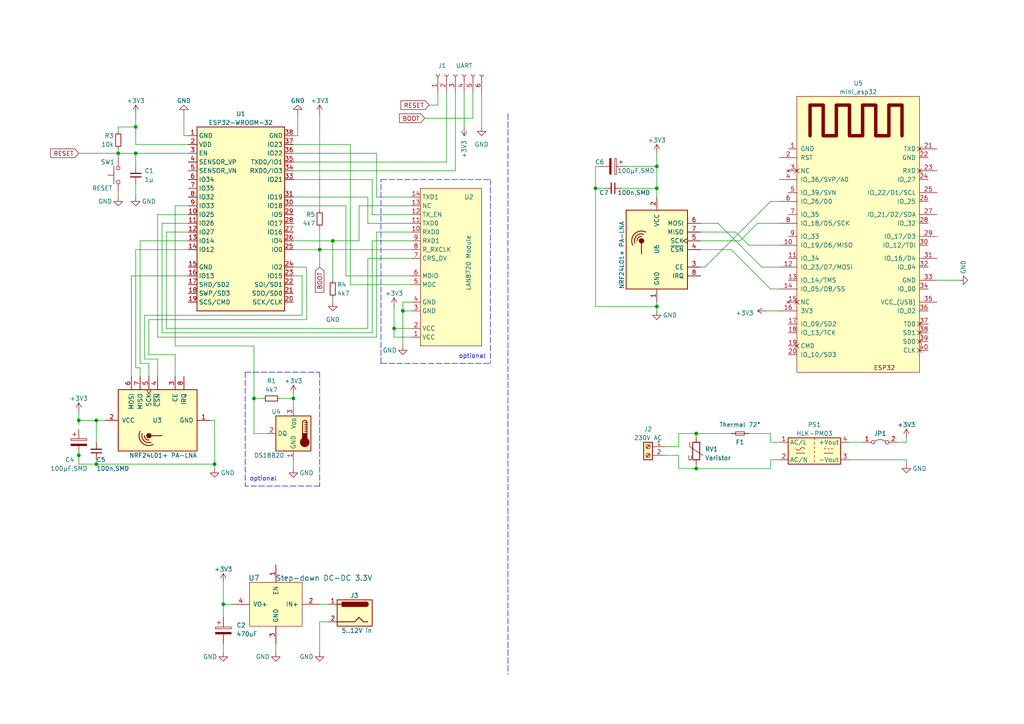
<source format=kicad_sch>
(kicad_sch (version 20230121) (generator eeschema)
  (paper "A4")
  (title_block (title "MyGateway-ESP32-ETH") (comment 1 "$Rev: 1680 $"))
  (lib_symbols
    (symbol "Connector:Barrel_Jack" (pin_names (offset 1.016))
      (property "Reference" "J" (at 0 5.334 0))
      (property "Value" "Barrel_Jack" (at 0 -5.08 0))
      (symbol "Barrel_Jack_0_1"
        (rectangle (start -5.08 3.81) (end 5.08 -3.81) (stroke (width 0.254)) (fill (type background)))
        (arc (start -3.302 3.175) (mid -3.9343 2.54) (end -3.302 1.905) (stroke (width 0.254)))
        (arc (start -3.302 3.175) (mid -3.9343 2.54) (end -3.302 1.905) (stroke (width 0.254)) (fill (type outline)))
        (polyline (pts (xy 5.08 2.54) (xy 3.81 2.54)) (stroke (width 0.254)))
        (polyline (pts (xy -3.81 -2.54) (xy -2.54 -2.54) (xy -1.27 -1.27) (xy 0 -2.54) (xy 2.54 -2.54) (xy 5.08 -2.54)) (stroke (width 0.254)))
        (rectangle (start 3.683 3.175) (end -3.302 1.905) (stroke (width 0.254)) (fill (type outline)))
      )
      (symbol "Barrel_Jack_1_1"
        (pin passive line (at 7.62 2.54 180) (length 2.54) (name "~") (number "1"))
        (pin passive line (at 7.62 -2.54 180) (length 2.54) (name "~") (number "2"))
      )
    )
    (symbol "Connector:Conn_01x06_Socket" (pin_names (offset 1.016) hide)
      (property "Reference" "J" (at 0 7.62 0))
      (property "Value" "Conn_01x06_Socket" (at 0 -10.16 0))
      (symbol "Conn_01x06_Socket_1_1"
        (arc (start 0 -7.112) (mid -0.5058 -7.62) (end 0 -8.128) (stroke (width 0.1524)))
        (arc (start 0 -4.572) (mid -0.5058 -5.08) (end 0 -5.588) (stroke (width 0.1524)))
        (arc (start 0 -2.032) (mid -0.5058 -2.54) (end 0 -3.048) (stroke (width 0.1524)))
        (polyline (pts (xy -1.27 -7.62) (xy -0.508 -7.62)) (stroke (width 0.1524)))
        (polyline (pts (xy -1.27 -5.08) (xy -0.508 -5.08)) (stroke (width 0.1524)))
        (polyline (pts (xy -1.27 -2.54) (xy -0.508 -2.54)) (stroke (width 0.1524)))
        (polyline (pts (xy -1.27 0) (xy -0.508 0)) (stroke (width 0.1524)))
        (polyline (pts (xy -1.27 2.54) (xy -0.508 2.54)) (stroke (width 0.1524)))
        (polyline (pts (xy -1.27 5.08) (xy -0.508 5.08)) (stroke (width 0.1524)))
        (arc (start 0 0.508) (mid -0.5058 0) (end 0 -0.508) (stroke (width 0.1524)))
        (arc (start 0 3.048) (mid -0.5058 2.54) (end 0 2.032) (stroke (width 0.1524)))
        (arc (start 0 5.588) (mid -0.5058 5.08) (end 0 4.572) (stroke (width 0.1524)))
        (pin passive line (at -5.08 5.08 0) (length 3.81) (name "Pin_1") (number "1"))
        (pin passive line (at -5.08 2.54 0) (length 3.81) (name "Pin_2") (number "2"))
        (pin passive line (at -5.08 0 0) (length 3.81) (name "Pin_3") (number "3"))
        (pin passive line (at -5.08 -2.54 0) (length 3.81) (name "Pin_4") (number "4"))
        (pin passive line (at -5.08 -5.08 0) (length 3.81) (name "Pin_5") (number "5"))
        (pin passive line (at -5.08 -7.62 0) (length 3.81) (name "Pin_6") (number "6"))
      )
    )
    (symbol "Connector:Screw_Terminal_01x02" (pin_names (offset 1.016) hide)
      (property "Reference" "J" (at 0 2.54 0))
      (property "Value" "Screw_Terminal_01x02" (at 0 -5.08 0))
      (symbol "Screw_Terminal_01x02_1_1"
        (rectangle (start -1.27 1.27) (end 1.27 -3.81) (stroke (width 0.254)) (fill (type background)))
        (circle (center 0 -2.54) (radius 0.635) (stroke (width 0.1524)))
        (polyline (pts (xy -0.5334 -2.2098) (xy 0.3302 -3.048)) (stroke (width 0.1524)))
        (polyline (pts (xy -0.5334 0.3302) (xy 0.3302 -0.508)) (stroke (width 0.1524)))
        (polyline (pts (xy -0.3556 -2.032) (xy 0.508 -2.8702)) (stroke (width 0.1524)))
        (polyline (pts (xy -0.3556 0.508) (xy 0.508 -0.3302)) (stroke (width 0.1524)))
        (circle (center 0 0) (radius 0.635) (stroke (width 0.1524)))
        (pin passive line (at -5.08 0 0) (length 3.81) (name "Pin_1") (number "1"))
        (pin passive line (at -5.08 -2.54 0) (length 3.81) (name "Pin_2") (number "2"))
      )
    )
    (symbol "Converter_ACDC:HLK-PM03"
      (property "Reference" "PS" (at 0 5.08 0))
      (property "Value" "HLK-PM03" (at 0 -5.08 0))
      (symbol "HLK-PM03_0_1"
        (rectangle (start -7.62 3.81) (end 7.62 -3.81) (stroke (width 0.254)) (fill (type background)))
        (arc (start -5.334 0.635) (mid -4.699 0.2495) (end -4.064 0.635))
        (arc (start -2.794 0.635) (mid -3.429 1.0072) (end -4.064 0.635))
        (polyline (pts (xy -5.334 -0.635) (xy -2.794 -0.635)))
        (polyline (pts (xy 0 -2.54) (xy 0 -3.175)))
        (polyline (pts (xy 0 -1.27) (xy 0 -1.905)))
        (polyline (pts (xy 0 0) (xy 0 -0.635)))
        (polyline (pts (xy 0 1.27) (xy 0 0.635)))
        (polyline (pts (xy 0 2.54) (xy 0 1.905)))
        (polyline (pts (xy 0 3.81) (xy 0 3.175)))
        (polyline (pts (xy 2.794 -0.635) (xy 5.334 -0.635)))
        (polyline (pts (xy 2.794 0.635) (xy 3.302 0.635)))
        (polyline (pts (xy 3.81 0.635) (xy 4.318 0.635)))
        (polyline (pts (xy 4.826 0.635) (xy 5.334 0.635)))
      )
      (symbol "HLK-PM03_1_1"
        (pin power_in line (at -10.16 2.54 0) (length 2.54) (name "AC/L") (number "1"))
        (pin power_in line (at -10.16 -2.54 0) (length 2.54) (name "AC/N") (number "2"))
        (pin power_out line (at 10.16 -2.54 180) (length 2.54) (name "-Vout") (number "3"))
        (pin power_out line (at 10.16 2.54 180) (length 2.54) (name "+Vout") (number "4"))
      )
    )
    (symbol "Device:C_Polarized" (pin_numbers hide) (pin_names (offset 0.254))
      (property "Reference" "C" (at 0.635 2.54 0))
      (property "Value" "C_Polarized" (at 0.635 -2.54 0))
      (symbol "C_Polarized_0_1"
        (rectangle (start -2.286 0.508) (end 2.286 1.016))
        (polyline (pts (xy -1.778 2.286) (xy -0.762 2.286)))
        (polyline (pts (xy -1.27 2.794) (xy -1.27 1.778)))
        (rectangle (start 2.286 -0.508) (end -2.286 -1.016) (fill (type outline)))
      )
      (symbol "C_Polarized_1_1"
        (pin passive line (at 0 3.81 270) (length 2.794) (name "~") (number "1"))
        (pin passive line (at 0 -3.81 90) (length 2.794) (name "~") (number "2"))
      )
    )
    (symbol "Device:C_Small" (pin_numbers hide) (pin_names (offset 0.254) hide)
      (property "Reference" "C" (at 0.254 1.778 0))
      (property "Value" "C_Small" (at 0.254 -2.032 0))
      (symbol "C_Small_0_1"
        (polyline (pts (xy -1.524 -0.508) (xy 1.524 -0.508)) (stroke (width 0.3302)))
        (polyline (pts (xy -1.524 0.508) (xy 1.524 0.508)) (stroke (width 0.3048)))
      )
      (symbol "C_Small_1_1"
        (pin passive line (at 0 2.54 270) (length 2.032) (name "~") (number "1"))
        (pin passive line (at 0 -2.54 90) (length 2.032) (name "~") (number "2"))
      )
    )
    (symbol "Device:Fuse_Small" (pin_numbers hide) (pin_names (offset 0.254) hide)
      (property "Reference" "F" (at 0 -1.524 0))
      (property "Value" "Fuse_Small" (at 0 1.524 0))
      (symbol "Fuse_Small_0_1"
        (rectangle (start -1.27 0.508) (end 1.27 -0.508))
        (polyline (pts (xy -1.27 0) (xy 1.27 0)))
      )
      (symbol "Fuse_Small_1_1"
        (pin passive line (at -2.54 0 0) (length 1.27) (name "~") (number "1"))
        (pin passive line (at 2.54 0 180) (length 1.27) (name "~") (number "2"))
      )
    )
    (symbol "Device:R_Small" (pin_numbers hide) (pin_names (offset 0.254) hide)
      (property "Reference" "R" (at 0.762 0.508 0))
      (property "Value" "R_Small" (at 0.762 -1.016 0))
      (symbol "R_Small_0_1"
        (rectangle (start -0.762 1.778) (end 0.762 -1.778) (stroke (width 0.2032)))
      )
      (symbol "R_Small_1_1"
        (pin passive line (at 0 2.54 270) (length 0.762) (name "~") (number "1"))
        (pin passive line (at 0 -2.54 90) (length 0.762) (name "~") (number "2"))
      )
    )
    (symbol "Device:Varistor" (pin_numbers hide) (pin_names (offset 0))
      (property "Reference" "RV" (at 3.175 0 90))
      (property "Value" "Varistor" (at -3.175 0 90))
      (symbol "Varistor_0_0"
        (text "U" (at -1.778 -2.032 0) (effects (font (size 1.27 1.27))))
      )
      (symbol "Varistor_0_1"
        (rectangle (start -1.016 -2.54) (end 1.016 2.54) (stroke (width 0.254)))
        (polyline (pts (xy -1.905 2.54) (xy -1.905 1.27) (xy 1.905 -1.27)))
      )
      (symbol "Varistor_1_1"
        (pin passive line (at 0 3.81 270) (length 1.27) (name "~") (number "1"))
        (pin passive line (at 0 -3.81 90) (length 1.27) (name "~") (number "2"))
      )
    )
    (symbol "Jumper:Jumper_2_Bridged" (pin_names (offset 0) hide)
      (property "Reference" "JP" (at 0 1.905 0))
      (property "Value" "Jumper_2_Bridged" (at 0 -2.54 0))
      (symbol "Jumper_2_Bridged_0_0"
        (circle (center -2.032 0) (radius 0.508))
        (circle (center 2.032 0) (radius 0.508))
      )
      (symbol "Jumper_2_Bridged_0_1"
        (arc (start 1.524 0.254) (mid 0 0.762) (end -1.524 0.254))
      )
      (symbol "Jumper_2_Bridged_1_1"
        (pin passive line (at -5.08 0 0) (length 2.54) (name "A") (number "1"))
        (pin passive line (at 5.08 0 180) (length 2.54) (name "B") (number "2"))
      )
    )
    (symbol "RF:NRF24L01_Breakout" (pin_names (offset 1.016))
      (property "Reference" "U" (at -8.89 12.7 0))
      (property "Value" "NRF24L01_Breakout" (at 3.81 12.7 0))
      (symbol "NRF24L01_Breakout_0_1"
        (rectangle (start -8.89 11.43) (end 8.89 -11.43) (stroke (width 0.254)) (fill (type background)))
        (polyline (pts (xy 4.445 1.905) (xy 4.445 -1.27)) (stroke (width 0.254)))
        (circle (center 4.445 2.54) (radius 0.635) (stroke (width 0.254)) (fill (type outline)))
        (arc (start 5.715 2.54) (mid 5.3521 3.4546) (end 4.445 3.81) (stroke (width 0.254)))
        (arc (start 6.35 1.905) (mid 5.8763 3.9854) (end 3.81 4.445) (stroke (width 0.254)))
        (arc (start 6.985 1.27) (mid 6.453 4.548) (end 3.175 5.08) (stroke (width 0.254)))
      )
      (symbol "NRF24L01_Breakout_1_1"
        (pin power_in line (at 0 -15.24 90) (length 3.81) (name "GND") (number "1"))
        (pin power_in line (at 0 15.24 270) (length 3.81) (name "VCC") (number "2"))
        (pin input line (at -12.7 -5.08 0) (length 3.81) (name "CE") (number "3"))
        (pin input line (at -12.7 0 0) (length 3.81) (name "~{CSN}") (number "4"))
        (pin input clock (at -12.7 2.54 0) (length 3.81) (name "SCK") (number "5"))
        (pin input line (at -12.7 7.62 0) (length 3.81) (name "MOSI") (number "6"))
        (pin output line (at -12.7 5.08 0) (length 3.81) (name "MISO") (number "7"))
        (pin output line (at -12.7 -7.62 0) (length 3.81) (name "IRQ") (number "8"))
      )
    )
    (symbol "Sensor_Temperature:DS18B20"
      (property "Reference" "U" (at -3.81 6.35 0))
      (property "Value" "DS18B20" (at 6.35 6.35 0))
      (symbol "DS18B20_0_1"
        (rectangle (start -5.08 5.08) (end 5.08 -5.08) (stroke (width 0.254)) (fill (type background)))
        (circle (center -3.302 -2.54) (radius 1.27) (stroke (width 0.254)) (fill (type outline)))
        (rectangle (start -2.667 -1.905) (end -3.937 0) (stroke (width 0.254)) (fill (type outline)))
        (arc (start -2.667 3.175) (mid -3.302 3.8073) (end -3.937 3.175) (stroke (width 0.254)))
        (polyline (pts (xy -3.937 0.635) (xy -3.302 0.635)) (stroke (width 0.254)))
        (polyline (pts (xy -3.937 1.27) (xy -3.302 1.27)) (stroke (width 0.254)))
        (polyline (pts (xy -3.937 1.905) (xy -3.302 1.905)) (stroke (width 0.254)))
        (polyline (pts (xy -3.937 2.54) (xy -3.302 2.54)) (stroke (width 0.254)))
        (polyline (pts (xy -3.937 3.175) (xy -3.937 0)) (stroke (width 0.254)))
        (polyline (pts (xy -3.937 3.175) (xy -3.302 3.175)) (stroke (width 0.254)))
        (polyline (pts (xy -2.667 3.175) (xy -2.667 0)) (stroke (width 0.254)))
      )
      (symbol "DS18B20_1_1"
        (pin power_in line (at 0 -7.62 90) (length 2.54) (name "GND") (number "1"))
        (pin bidirectional line (at 7.62 0 180) (length 2.54) (name "DQ") (number "2"))
        (pin power_in line (at 0 7.62 270) (length 2.54) (name "V_{DD}") (number "3"))
      )
    )
    (symbol "Switch:SW_Push" (pin_numbers hide) (pin_names (offset 1.016) hide)
      (property "Reference" "SW" (at 1.27 2.54 0))
      (property "Value" "SW_Push" (at 0 -1.524 0))
      (symbol "SW_Push_0_1"
        (circle (center -2.032 0) (radius 0.508))
        (polyline (pts (xy 0 1.27) (xy 0 3.048)))
        (polyline (pts (xy 2.54 1.27) (xy -2.54 1.27)))
        (circle (center 2.032 0) (radius 0.508))
        (pin passive line (at -5.08 0 0) (length 2.54) (name "1") (number "1"))
        (pin passive line (at 5.08 0 180) (length 2.54) (name "2") (number "2"))
      )
    )
    (symbol "eBay:DC_DC_fix" (pin_names (offset 1.016))
      (property "Reference" "U" (at -7.62 7.62 0))
      (property "Value" "DC_DC_fix" (at 6.35 7.62 0))
      (symbol "DC_DC_fix_0_1"
        (rectangle (start -7.62 6.35) (end 7.62 -6.35) (fill (type background)))
        (rectangle (start 12.7 -6.35) (end 12.7 -6.35))
      )
      (symbol "DC_DC_fix_1_1"
        (pin input line (at 0 11.43 270) (length 5.08) (name "EN") (number "1"))
        (pin power_in line (at -12.7 0 0) (length 5.08) (name "IN+") (number "2"))
        (pin passive line (at 0 -11.43 90) (length 5.08) (name "GND") (number "3"))
        (pin power_out line (at 12.7 0 180) (length 5.08) (name "VO+") (number "4"))
      )
    )
    (symbol "eBay:ESP32-WROOM-32-Module"
      (property "Reference" "U" (at -12.7 34.29 0))
      (property "Value" "ESP32-WROOM-32" (at -8.89 -5.08 0))
      (symbol "ESP32-WROOM-32-Module_0_1"
        (rectangle (start -12.7 33.02) (end 12.7 -20.32) (stroke (width 0.254)) (fill (type background)))
      )
      (symbol "ESP32-WROOM-32-Module_1_1"
        (pin power_in line (at -15.24 30.48 0) (length 2.54) (name "GND") (number "1"))
        (pin bidirectional line (at -15.24 7.62 0) (length 2.54) (name "IO25") (number "10"))
        (pin bidirectional line (at -15.24 5.08 0) (length 2.54) (name "IO26") (number "11"))
        (pin bidirectional line (at -15.24 2.54 0) (length 2.54) (name "IO27") (number "12"))
        (pin bidirectional line (at -15.24 0 0) (length 2.54) (name "IO14") (number "13"))
        (pin bidirectional line (at -15.24 -2.54 0) (length 2.54) (name "IO12") (number "14"))
        (pin passive line (at -15.24 -7.62 0) (length 2.54) (name "GND") (number "15"))
        (pin bidirectional line (at -15.24 -10.16 0) (length 2.54) (name "IO13") (number "16"))
        (pin bidirectional line (at -15.24 -12.7 0) (length 2.54) (name "SHD/SD2") (number "17"))
        (pin bidirectional line (at -15.24 -15.24 0) (length 2.54) (name "SWP/SD3") (number "18"))
        (pin bidirectional line (at -15.24 -17.78 0) (length 2.54) (name "SCS/CMD") (number "19"))
        (pin power_in line (at -15.24 27.94 0) (length 2.54) (name "VDD") (number "2"))
        (pin bidirectional line (at 15.24 -17.78 180) (length 2.54) (name "SCK/CLK") (number "20"))
        (pin bidirectional line (at 15.24 -15.24 180) (length 2.54) (name "SDO/SD0") (number "21"))
        (pin bidirectional line (at 15.24 -12.7 180) (length 2.54) (name "SDI/SD1") (number "22"))
        (pin bidirectional line (at 15.24 -10.16 180) (length 2.54) (name "IO15") (number "23"))
        (pin bidirectional line (at 15.24 -7.62 180) (length 2.54) (name "IO2") (number "24"))
        (pin bidirectional line (at 15.24 -2.54 180) (length 2.54) (name "IO0") (number "25"))
        (pin bidirectional line (at 15.24 0 180) (length 2.54) (name "IO4") (number "26"))
        (pin bidirectional line (at 15.24 2.54 180) (length 2.54) (name "IO16") (number "27"))
        (pin bidirectional line (at 15.24 5.08 180) (length 2.54) (name "IO17") (number "28"))
        (pin bidirectional line (at 15.24 7.62 180) (length 2.54) (name "IO5") (number "29"))
        (pin input line (at -15.24 25.4 0) (length 2.54) (name "EN") (number "3"))
        (pin bidirectional line (at 15.24 10.16 180) (length 2.54) (name "IO18") (number "30"))
        (pin bidirectional line (at 15.24 12.7 180) (length 2.54) (name "IO19") (number "31"))
        (pin no_connect line (at 15.24 15.24 180) (length 2.54) hide (name "NC") (number "32"))
        (pin bidirectional line (at 15.24 17.78 180) (length 2.54) (name "IO21") (number "33"))
        (pin bidirectional line (at 15.24 20.32 180) (length 2.54) (name "RXD0/IO3") (number "34"))
        (pin bidirectional line (at 15.24 22.86 180) (length 2.54) (name "TXD0/IO1") (number "35"))
        (pin bidirectional line (at 15.24 25.4 180) (length 2.54) (name "IO22") (number "36"))
        (pin bidirectional line (at 15.24 27.94 180) (length 2.54) (name "IO23") (number "37"))
        (pin passive line (at 15.24 30.48 180) (length 2.54) (name "GND") (number "38"))
        (pin passive line (at 0 35.56 270) (length 2.54) hide (name "GND") (number "39"))
        (pin input line (at -15.24 22.86 0) (length 2.54) (name "SENSOR_VP") (number "4"))
        (pin input line (at -15.24 20.32 0) (length 2.54) (name "SENSOR_VN") (number "5"))
        (pin input line (at -15.24 17.78 0) (length 2.54) (name "IO34") (number "6"))
        (pin input line (at -15.24 15.24 0) (length 2.54) (name "IO35") (number "7"))
        (pin bidirectional line (at -15.24 12.7 0) (length 2.54) (name "IO32") (number "8"))
        (pin bidirectional line (at -15.24 10.16 0) (length 2.54) (name "IO33") (number "9"))
      )
    )
    (symbol "eBay:LAN8720-Module"
      (property "Reference" "U" (at 0 0 0))
      (symbol "LAN8720-Module_1_1"
        (rectangle (start -8.89 24.13) (end 8.89 -21.59) (fill (type background)))
        (pin power_in line (at -11.43 21.59 0) (length 2.54) (name "VCC") (number "1"))
        (pin output line (at -11.43 -8.89 0) (length 2.54) (name "RXD0") (number "10"))
        (pin input line (at -11.43 -11.43 0) (length 2.54) (name "TXD0") (number "11"))
        (pin input line (at -11.43 -13.97 0) (length 2.54) (name "TX_EN") (number "12"))
        (pin input line (at -11.43 -16.51 0) (length 2.54) (name "NC") (number "13"))
        (pin input line (at -11.43 -19.05 0) (length 2.54) (name "TXD1") (number "14"))
        (pin power_in line (at -11.43 19.05 0) (length 2.54) (name "VCC") (number "2"))
        (pin power_in line (at -11.43 13.97 0) (length 2.54) (name "GND") (number "3"))
        (pin power_in line (at -11.43 11.43 0) (length 2.54) (name "GND") (number "4"))
        (pin bidirectional line (at -11.43 6.35 0) (length 2.54) (name "MDC") (number "5"))
        (pin bidirectional line (at -11.43 3.81 0) (length 2.54) (name "MDIO") (number "6"))
        (pin bidirectional line (at -11.43 -1.27 0) (length 2.54) (name "CRS_DV") (number "7"))
        (pin bidirectional line (at -11.43 -3.81 0) (length 2.54) (name "R_RXCLK") (number "8"))
        (pin output line (at -11.43 -6.35 0) (length 2.54) (name "RXD1") (number "9"))
      )
    )
    (symbol "eBay:mini_esp32" (pin_names (offset 1.016))
      (property "Reference" "U" (at 0 29.21 0))
      (property "Value" "mini_esp32" (at -5.08 -34.29 0))
      (symbol "mini_esp32_0_0"
        (text "ESP32" (at 7.62 -34.29 0) (effects (font (size 1.27 1.27))))
        (pin power_in line (at -20.32 29.21 0) (length 2.54) (name "GND") (number "1"))
        (pin no_connect non_logic (at -20.32 22.86 0) (length 2.54) (name "NC") (number "3"))
      )
      (symbol "mini_esp32_0_1"
        (rectangle (start -17.78 44.45) (end 17.78 -35.56) (fill (type background)))
      )
      (symbol "mini_esp32_1_0"
        (pin input line (at -22.86 26.67 0) (length 5.08) (name "RST") (number "2"))
        (pin input line (at -22.86 20.32 0) (length 5.08) (name "IO_36/SVP/A0") (number "4"))
        (pin input line (at -20.32 16.51 0) (length 2.54) (name "IO_39/SVN") (number "5"))
      )
      (symbol "mini_esp32_1_1"
        (polyline (pts (xy -13.97 33.02) (xy -13.97 41.91) (xy -10.16 41.91) (xy -10.16 33.02) (xy -6.35 33.02) (xy -6.35 41.91) (xy -2.54 41.91) (xy -2.54 33.02) (xy 1.27 33.02) (xy 1.27 41.91) (xy 5.08 41.91) (xy 5.08 33.02) (xy 8.89 33.02) (xy 8.89 41.91) (xy 12.7 41.91) (xy 12.7 33.02)) (stroke (width 1)))
        (pin bidirectional line (at -22.86 1.27 0) (length 5.08) (name "IO_19/D6/MISO") (number "10"))
        (pin input line (at -20.32 -2.54 0) (length 2.54) (name "IO_34") (number "11"))
        (pin bidirectional line (at -22.86 -5.08 0) (length 5.08) (name "IO_23/D7/MOSI") (number "12"))
        (pin bidirectional line (at -20.32 -8.89 0) (length 2.54) (name "IO_14/TMS") (number "13"))
        (pin bidirectional line (at -22.86 -11.43 0) (length 5.08) (name "IO_05/D8/SS") (number "14"))
        (pin no_connect non_logic (at -20.32 -15.24 0) (length 2.54) (name "NC") (number "15"))
        (pin power_in line (at -22.86 -17.78 0) (length 5.08) (name "3V3") (number "16"))
        (pin bidirectional line (at -20.32 -21.59 0) (length 2.54) (name "IO_09/SD2") (number "17"))
        (pin bidirectional line (at -20.32 -24.13 0) (length 2.54) (name "IO_13/TCK") (number "18"))
        (pin passive non_logic (at -20.32 -27.94 0) (length 2.54) (name "CMD") (number "19"))
        (pin bidirectional line (at -20.32 -30.48 0) (length 2.54) (name "IO_10/SD3") (number "20"))
        (pin passive non_logic (at 22.86 29.21 180) (length 5.08) (name "TXD") (number "21"))
        (pin power_in line (at 20.32 26.67 180) (length 2.54) (name "GND") (number "22"))
        (pin passive non_logic (at 22.86 22.86 180) (length 5.08) (name "RXD") (number "23"))
        (pin bidirectional line (at 20.32 20.32 180) (length 2.54) (name "IO_27") (number "24"))
        (pin bidirectional line (at 22.86 16.51 180) (length 5.08) (name "IO_22/D1/SCL") (number "25"))
        (pin bidirectional line (at 20.32 13.97 180) (length 2.54) (name "IO_25") (number "26"))
        (pin bidirectional line (at 22.86 10.16 180) (length 5.08) (name "IO_21/D2/SDA") (number "27"))
        (pin bidirectional line (at 20.32 7.62 180) (length 2.54) (name "IO_32") (number "28"))
        (pin bidirectional line (at 22.86 3.81 180) (length 5.08) (name "IO_17/D3") (number "29"))
        (pin bidirectional line (at 20.32 1.27 180) (length 2.54) (name "IO_12/TDI") (number "30"))
        (pin bidirectional line (at 22.86 -2.54 180) (length 5.08) (name "IO_16/D4") (number "31"))
        (pin bidirectional line (at 20.32 -5.08 180) (length 2.54) (name "IO_04") (number "32"))
        (pin power_in line (at 22.86 -8.89 180) (length 5.08) (name "GND") (number "33"))
        (pin bidirectional line (at 20.32 -11.43 180) (length 2.54) (name "IO_00") (number "34"))
        (pin power_in line (at 22.86 -15.24 180) (length 5.08) (name "VCC_(USB)") (number "35"))
        (pin bidirectional line (at 20.32 -17.78 180) (length 2.54) (name "IO_02") (number "36"))
        (pin passive non_logic (at 20.32 -21.59 180) (length 2.54) (name "TD0") (number "37"))
        (pin passive non_logic (at 20.32 -24.13 180) (length 2.54) (name "SD1") (number "38"))
        (pin passive non_logic (at 20.32 -26.67 180) (length 2.54) (name "SD0") (number "39"))
        (pin passive non_logic (at 20.32 -29.21 180) (length 2.54) (name "CLK") (number "40"))
        (pin bidirectional line (at -22.86 13.97 0) (length 5.08) (name "IO_26/D0") (number "6"))
        (pin input line (at -20.32 10.16 0) (length 2.54) (name "IO_35") (number "7"))
        (pin bidirectional line (at -22.86 7.62 0) (length 5.08) (name "IO_18/D5/SCK") (number "8"))
        (pin bidirectional line (at -20.32 3.81 0) (length 2.54) (name "IO_33") (number "9"))
      )
    )
    (symbol "power:+3V3" (power) (pin_names (offset 0))
      (property "Value" "+3V3" (at 0 3.556 0))
      (symbol "+3V3_0_1"
        (polyline (pts (xy -0.762 1.27) (xy 0 2.54)))
        (polyline (pts (xy 0 0) (xy 0 2.54)))
        (polyline (pts (xy 0 2.54) (xy 0.762 1.27)))
      )
      (symbol "+3V3_1_1"
        (pin power_in line (at 0 0 90) (length 0) hide (name "+3V3") (number "1"))
      )
    )
    (symbol "power:GND" (power) (pin_names (offset 0))
      (property "Value" "GND" (at 0 -3.81 0))
      (symbol "GND_0_1"
        (polyline (pts (xy 0 0) (xy 0 -1.27) (xy 1.27 -1.27) (xy 0 -2.54) (xy -1.27 -1.27) (xy 0 -1.27)))
      )
      (symbol "GND_1_1"
        (pin power_in line (at 0 0 270) (length 0) hide (name "GND") (number "1"))
      )
    )
  )
  (junction (at 27.94 121.92))
  (junction (at 190.5 54.61))
  (junction (at 190.5 48.26))
  (junction (at 34.29 44.45))
  (junction (at 201.93 135.89))
  (junction (at 22.86 132.08))
  (junction (at 62.23 134.62))
  (junction (at 201.93 125.73))
  (junction (at 39.37 44.45))
  (junction (at 96.52 69.85))
  (junction (at 114.3 95.25))
  (junction (at 39.37 36.83))
  (junction (at 92.71 72.39))
  (junction (at 73.66 115.57))
  (junction (at 190.5 88.9))
  (junction (at 172.72 54.61))
  (junction (at 85.09 115.57))
  (junction (at 27.94 134.62))
  (junction (at 116.84 90.17))
  (junction (at 64.77 175.26))
  (junction (at 22.86 121.92))
  (wire (pts (xy 109.22 97.79) (xy 109.22 67.31)))
  (wire (pts (xy 137.16 26.67) (xy 137.16 34.29)))
  (polyline (pts (xy 71.12 107.95) (xy 92.71 107.95)) (stroke (width 0) (type dash)))
  (wire (pts (xy 39.37 44.45) (xy 39.37 48.26)))
  (wire (pts (xy 132.08 26.67) (xy 132.08 49.53)))
  (wire (pts (xy 22.86 134.62) (xy 27.94 134.62)))
  (wire (pts (xy 107.95 52.07) (xy 85.09 52.07)))
  (wire (pts (xy 116.84 90.17) (xy 119.38 90.17)))
  (wire (pts (xy 92.71 175.26) (xy 95.25 175.26)))
  (wire (pts (xy 204.47 77.47) (xy 223.52 58.42)))
  (wire (pts (xy 54.61 64.77) (xy 46.99 64.77)))
  (wire (pts (xy 39.37 53.34) (xy 39.37 57.15)))
  (polyline (pts (xy 92.71 140.97) (xy 92.71 140.97)) (stroke (width 0) (type dash)))
  (wire (pts (xy 123.19 34.29) (xy 137.16 34.29)))
  (wire (pts (xy 172.72 88.9) (xy 190.5 88.9)))
  (wire (pts (xy 196.85 125.73) (xy 201.93 125.73)))
  (wire (pts (xy 124.46 30.48) (xy 127 30.48)))
  (wire (pts (xy 220.98 77.47) (xy 226.06 77.47)))
  (wire (pts (xy 129.54 26.67) (xy 129.54 46.99)))
  (wire (pts (xy 27.94 134.62) (xy 62.23 134.62)))
  (wire (pts (xy 73.66 100.33) (xy 73.66 115.57)))
  (wire (pts (xy 203.2 69.85) (xy 214.63 69.85)))
  (wire (pts (xy 201.93 134.62) (xy 201.93 135.89)))
  (wire (pts (xy 22.86 44.45) (xy 34.29 44.45)))
  (wire (pts (xy 64.77 175.26) (xy 64.77 179.07)))
  (wire (pts (xy 64.77 168.91) (xy 64.77 175.26)))
  (polyline (pts (xy 147.32 33.02) (xy 147.32 195.58)) (stroke (width 0) (type dash)))
  (wire (pts (xy 223.52 135.89) (xy 223.52 133.35)))
  (wire (pts (xy 34.29 38.1) (xy 34.29 36.83)))
  (wire (pts (xy 60.96 121.92) (xy 62.23 121.92)))
  (wire (pts (xy 53.34 33.02) (xy 53.34 39.37)))
  (wire (pts (xy 85.09 115.57) (xy 85.09 118.11)))
  (wire (pts (xy 134.62 26.67) (xy 134.62 36.83)))
  (wire (pts (xy 85.09 59.69) (xy 100.33 59.69)))
  (wire (pts (xy 34.29 55.88) (xy 34.29 57.15)))
  (wire (pts (xy 114.3 95.25) (xy 114.3 97.79)))
  (polyline (pts (xy 71.12 107.95) (xy 71.12 140.97)) (stroke (width 0) (type dash)))
  (wire (pts (xy 22.86 130.81) (xy 22.86 132.08)))
  (wire (pts (xy 41.91 91.44) (xy 41.91 104.14)))
  (wire (pts (xy 106.68 64.77) (xy 106.68 57.15)))
  (wire (pts (xy 92.71 72.39) (xy 92.71 77.47)))
  (wire (pts (xy 119.38 57.15) (xy 109.22 57.15)))
  (polyline (pts (xy 92.71 140.97) (xy 71.12 140.97)) (stroke (width 0) (type dash)))
  (wire (pts (xy 22.86 121.92) (xy 27.94 121.92)))
  (wire (pts (xy 96.52 86.36) (xy 96.52 87.63)))
  (wire (pts (xy 222.25 90.17) (xy 226.06 90.17)))
  (wire (pts (xy 54.61 67.31) (xy 48.26 67.31)))
  (wire (pts (xy 116.84 90.17) (xy 116.84 100.33)))
  (wire (pts (xy 64.77 175.26) (xy 67.31 175.26)))
  (wire (pts (xy 39.37 44.45) (xy 54.61 44.45)))
  (wire (pts (xy 119.38 64.77) (xy 106.68 64.77)))
  (wire (pts (xy 39.37 72.39) (xy 39.37 106.68)))
  (wire (pts (xy 193.04 132.08) (xy 196.85 132.08)))
  (wire (pts (xy 62.23 134.62) (xy 62.23 135.89)))
  (wire (pts (xy 85.09 72.39) (xy 92.71 72.39)))
  (polyline (pts (xy 92.71 107.95) (xy 92.71 140.97)) (stroke (width 0) (type dash)))
  (wire (pts (xy 173.99 48.26) (xy 172.72 48.26)))
  (wire (pts (xy 217.17 71.12) (xy 226.06 71.12)))
  (wire (pts (xy 38.1 80.01) (xy 38.1 109.22)))
  (wire (pts (xy 81.28 115.57) (xy 85.09 115.57)))
  (wire (pts (xy 85.09 41.91) (xy 101.6 41.91)))
  (wire (pts (xy 114.3 97.79) (xy 119.38 97.79)))
  (wire (pts (xy 172.72 48.26) (xy 172.72 54.61)))
  (wire (pts (xy 213.36 67.31) (xy 217.17 71.12)))
  (wire (pts (xy 223.52 83.82) (xy 226.06 83.82)))
  (wire (pts (xy 40.64 105.41) (xy 43.18 105.41)))
  (wire (pts (xy 104.14 59.69) (xy 104.14 69.85)))
  (wire (pts (xy 203.2 77.47) (xy 204.47 77.47)))
  (wire (pts (xy 39.37 72.39) (xy 54.61 72.39)))
  (wire (pts (xy 96.52 69.85) (xy 85.09 69.85)))
  (wire (pts (xy 196.85 129.54) (xy 196.85 125.73)))
  (wire (pts (xy 193.04 129.54) (xy 196.85 129.54)))
  (polyline (pts (xy 110.49 52.07) (xy 142.24 52.07)) (stroke (width 0) (type dash)))
  (wire (pts (xy 107.95 62.23) (xy 107.95 52.07)))
  (wire (pts (xy 39.37 36.83) (xy 39.37 41.91)))
  (wire (pts (xy 190.5 88.9) (xy 190.5 90.17)))
  (wire (pts (xy 73.66 125.73) (xy 77.47 125.73)))
  (wire (pts (xy 104.14 69.85) (xy 96.52 69.85)))
  (wire (pts (xy 201.93 125.73) (xy 201.93 127)))
  (wire (pts (xy 48.26 95.25) (xy 106.68 95.25)))
  (wire (pts (xy 46.99 96.52) (xy 107.95 96.52)))
  (wire (pts (xy 64.77 186.69) (xy 64.77 189.23)))
  (wire (pts (xy 109.22 57.15) (xy 109.22 44.45)))
  (wire (pts (xy 223.52 58.42) (xy 226.06 58.42)))
  (wire (pts (xy 43.18 92.71) (xy 88.9 92.71)))
  (wire (pts (xy 43.18 92.71) (xy 43.18 102.87)))
  (wire (pts (xy 50.8 100.33) (xy 50.8 59.69)))
  (wire (pts (xy 100.33 80.01) (xy 119.38 80.01)))
  (wire (pts (xy 262.89 133.35) (xy 262.89 134.62)))
  (wire (pts (xy 107.95 96.52) (xy 107.95 69.85)))
  (wire (pts (xy 53.34 39.37) (xy 54.61 39.37)))
  (wire (pts (xy 86.36 39.37) (xy 85.09 39.37)))
  (wire (pts (xy 175.26 54.61) (xy 172.72 54.61)))
  (wire (pts (xy 43.18 105.41) (xy 43.18 109.22)))
  (wire (pts (xy 85.09 133.35) (xy 85.09 135.89)))
  (wire (pts (xy 119.38 59.69) (xy 104.14 59.69)))
  (wire (pts (xy 101.6 82.55) (xy 119.38 82.55)))
  (wire (pts (xy 92.71 66.04) (xy 92.71 72.39)))
  (wire (pts (xy 85.09 49.53) (xy 132.08 49.53)))
  (wire (pts (xy 196.85 132.08) (xy 196.85 135.89)))
  (wire (pts (xy 100.33 59.69) (xy 100.33 80.01)))
  (wire (pts (xy 246.38 133.35) (xy 262.89 133.35)))
  (wire (pts (xy 48.26 67.31) (xy 48.26 95.25)))
  (wire (pts (xy 41.91 104.14) (xy 45.72 104.14)))
  (polyline (pts (xy 142.24 52.07) (xy 142.24 105.41)) (stroke (width 0) (type dash)))
  (wire (pts (xy 45.72 97.79) (xy 109.22 97.79)))
  (wire (pts (xy 39.37 106.68) (xy 40.64 106.68)))
  (wire (pts (xy 39.37 33.02) (xy 39.37 36.83)))
  (wire (pts (xy 116.84 90.17) (xy 116.84 87.63)))
  (wire (pts (xy 50.8 102.87) (xy 50.8 109.22)))
  (wire (pts (xy 106.68 57.15) (xy 85.09 57.15)))
  (polyline (pts (xy 110.49 105.41) (xy 142.24 105.41)) (stroke (width 0) (type dash)))
  (wire (pts (xy 85.09 80.01) (xy 87.63 80.01)))
  (wire (pts (xy 92.71 180.34) (xy 92.71 189.23)))
  (wire (pts (xy 22.86 119.38) (xy 22.86 121.92)))
  (wire (pts (xy 101.6 41.91) (xy 101.6 82.55)))
  (wire (pts (xy 119.38 62.23) (xy 107.95 62.23)))
  (wire (pts (xy 208.28 64.77) (xy 220.98 77.47)))
  (wire (pts (xy 96.52 81.28) (xy 96.52 69.85)))
  (wire (pts (xy 34.29 44.45) (xy 34.29 45.72)))
  (wire (pts (xy 271.78 81.28) (xy 278.13 81.28)))
  (wire (pts (xy 27.94 133.35) (xy 27.94 134.62)))
  (wire (pts (xy 127 26.67) (xy 127 30.48)))
  (wire (pts (xy 214.63 69.85) (xy 219.71 64.77)))
  (wire (pts (xy 43.18 102.87) (xy 50.8 102.87)))
  (wire (pts (xy 119.38 72.39) (xy 92.71 72.39)))
  (wire (pts (xy 190.5 54.61) (xy 190.5 57.15)))
  (wire (pts (xy 85.09 44.45) (xy 109.22 44.45)))
  (wire (pts (xy 180.34 54.61) (xy 190.5 54.61)))
  (wire (pts (xy 45.72 104.14) (xy 45.72 109.22)))
  (wire (pts (xy 39.37 41.91) (xy 54.61 41.91)))
  (wire (pts (xy 73.66 115.57) (xy 76.2 115.57)))
  (wire (pts (xy 86.36 33.02) (xy 86.36 39.37)))
  (wire (pts (xy 203.2 72.39) (xy 212.09 72.39)))
  (wire (pts (xy 203.2 64.77) (xy 208.28 64.77)))
  (wire (pts (xy 107.95 69.85) (xy 119.38 69.85)))
  (wire (pts (xy 87.63 91.44) (xy 87.63 80.01)))
  (wire (pts (xy 50.8 59.69) (xy 54.61 59.69)))
  (wire (pts (xy 22.86 132.08) (xy 22.86 134.62)))
  (wire (pts (xy 50.8 100.33) (xy 73.66 100.33)))
  (polyline (pts (xy 110.49 105.41) (xy 110.49 52.07)) (stroke (width 0) (type dash)))
  (wire (pts (xy 223.52 125.73) (xy 223.52 128.27)))
  (wire (pts (xy 203.2 67.31) (xy 213.36 67.31)))
  (wire (pts (xy 219.71 64.77) (xy 226.06 64.77)))
  (wire (pts (xy 172.72 54.61) (xy 172.72 88.9)))
  (wire (pts (xy 139.7 26.67) (xy 139.7 36.83)))
  (wire (pts (xy 106.68 95.25) (xy 106.68 74.93)))
  (wire (pts (xy 46.99 64.77) (xy 46.99 96.52)))
  (wire (pts (xy 260.35 128.27) (xy 262.89 128.27)))
  (wire (pts (xy 40.64 106.68) (xy 40.64 109.22)))
  (wire (pts (xy 106.68 74.93) (xy 119.38 74.93)))
  (wire (pts (xy 27.94 121.92) (xy 27.94 128.27)))
  (wire (pts (xy 40.64 69.85) (xy 40.64 105.41)))
  (wire (pts (xy 54.61 62.23) (xy 45.72 62.23)))
  (wire (pts (xy 95.25 180.34) (xy 92.71 180.34)))
  (wire (pts (xy 119.38 87.63) (xy 116.84 87.63)))
  (wire (pts (xy 54.61 80.01) (xy 38.1 80.01)))
  (wire (pts (xy 190.5 87.63) (xy 190.5 88.9)))
  (wire (pts (xy 85.09 114.3) (xy 85.09 115.57)))
  (wire (pts (xy 109.22 67.31) (xy 119.38 67.31)))
  (wire (pts (xy 223.52 128.27) (xy 226.06 128.27)))
  (wire (pts (xy 62.23 121.92) (xy 62.23 134.62)))
  (wire (pts (xy 92.71 33.02) (xy 92.71 60.96)))
  (wire (pts (xy 114.3 95.25) (xy 119.38 95.25)))
  (wire (pts (xy 114.3 88.9) (xy 114.3 95.25)))
  (wire (pts (xy 223.52 133.35) (xy 226.06 133.35)))
  (wire (pts (xy 39.37 44.45) (xy 34.29 44.45)))
  (wire (pts (xy 88.9 92.71) (xy 88.9 77.47)))
  (wire (pts (xy 27.94 121.92) (xy 30.48 121.92)))
  (wire (pts (xy 262.89 128.27) (xy 262.89 127)))
  (wire (pts (xy 87.63 91.44) (xy 41.91 91.44)))
  (wire (pts (xy 212.09 72.39) (xy 223.52 83.82)))
  (wire (pts (xy 80.01 186.69) (xy 80.01 189.23)))
  (wire (pts (xy 190.5 48.26) (xy 190.5 54.61)))
  (wire (pts (xy 88.9 77.47) (xy 85.09 77.47)))
  (wire (pts (xy 40.64 69.85) (xy 54.61 69.85)))
  (wire (pts (xy 73.66 115.57) (xy 73.66 125.73)))
  (wire (pts (xy 34.29 43.18) (xy 34.29 44.45)))
  (wire (pts (xy 190.5 44.45) (xy 190.5 48.26)))
  (wire (pts (xy 196.85 135.89) (xy 201.93 135.89)))
  (wire (pts (xy 34.29 36.83) (xy 39.37 36.83)))
  (wire (pts (xy 22.86 123.19) (xy 22.86 121.92)))
  (wire (pts (xy 246.38 128.27) (xy 250.19 128.27)))
  (wire (pts (xy 201.93 135.89) (xy 223.52 135.89)))
  (wire (pts (xy 181.61 48.26) (xy 190.5 48.26)))
  (wire (pts (xy 217.17 125.73) (xy 223.52 125.73)))
  (wire (pts (xy 201.93 125.73) (xy 212.09 125.73)))
  (wire (pts (xy 45.72 62.23) (xy 45.72 97.79)))
  (wire (pts (xy 129.54 46.99) (xy 85.09 46.99)))
  (text "optional" (at 72.39 139.7 0) (effects (font (size 1.27 1.27)) (justify left bottom)))
  (text "optional" (at 140.97 104.14 0) (effects (font (size 1.27 1.27)) (justify right bottom)))
  (global_label "BOOT" (shape input) (at 123.19 34.29 180) (property "Intersheetrefs" "${INTERSHEET_REFS}" (effects hide)))
  (global_label "BOOT" (shape input) (at 92.71 77.47 270) (property "Intersheetrefs" "${INTERSHEET_REFS}" (effects hide)))
  (global_label "RESET" (shape input) (at 124.46 30.48 180) (property "Intersheetrefs" "${INTERSHEET_REFS}" (effects hide)))
  (global_label "RESET" (shape input) (at 22.86 44.45 180) (property "Intersheetrefs" "${INTERSHEET_REFS}" (effects hide)))
  (symbol (lib_id "power:GND") (at 262.89 134.62 0) (unit 1)
    (property "Reference" "#PWR020" (effects hide))
    (property "Value" "GND" (at 266.7 135.89 0))
  )
  (symbol (lib_id "power:+3V3") (at 85.09 114.3 0) (unit 1)
    (property "Reference" "#PWR016" (effects hide))
    (property "Value" "+3V3" (at 85.09 110.49 0))
  )
  (symbol (lib_id "eBay:DC_DC_fix") (at 80.01 175.26 0) (mirror y) (unit 1)
    (property "Reference" "U7" (at 73.66 167.64 0) (effects (font (size 1.524 1.524))))
    (property "Value" "Step-down DC-DC 3.3V" (at 93.98 167.64 0) (effects (font (size 1.524 1.524))))
  )
  (symbol (lib_id "power:GND") (at 278.13 81.28 90) (unit 1)
    (property "Reference" "#PWR019" (effects hide))
    (property "Value" "GND" (at 279.4 77.47 0))
  )
  (symbol (lib_id "Device:C_Polarized") (at 22.86 128.27 0) (unit 1)
    (property "Reference" "C4" (at 21.59 133.35 0) (effects (justify right)))
    (property "Value" "100µF,SMD" (at 25.4 135.89 0) (effects (justify right)))
  )
  (symbol (lib_id "power:+3V3") (at 262.89 127 0) (unit 1)
    (property "Reference" "#PWR021" (effects hide))
    (property "Value" "+3V3" (at 262.89 123.19 0))
  )
  (symbol (lib_id "power:GND") (at 116.84 100.33 0) (unit 1)
    (property "Reference" "#PWR08" (effects hide))
    (property "Value" "GND" (at 113.03 101.6 0))
  )
  (symbol (lib_id "Device:R_Small") (at 34.29 40.64 0) (mirror x) (unit 1)
    (property "Reference" "R3" (at 33.02 39.37 0) (effects (justify right)))
    (property "Value" "10k" (at 33.02 41.91 0) (effects (justify right)))
  )
  (symbol (lib_id "Device:C_Polarized") (at 64.77 182.88 0) (unit 1)
    (property "Reference" "C2" (at 68.58 181.356 0) (effects (justify left)))
    (property "Value" "470uF" (at 68.58 183.896 0) (effects (justify left)))
  )
  (symbol (lib_id "power:+3V3") (at 39.37 33.02 0) (unit 1)
    (property "Reference" "#PWR05" (effects hide))
    (property "Value" "+3V3" (at 39.37 29.21 0))
  )
  (symbol (lib_id "eBay:mini_esp32") (at 248.92 72.39 0) (unit 1)
    (property "Reference" "U5" (at 248.92 24.13 0))
    (property "Value" "mini_esp32" (at 248.92 26.67 0))
  )
  (symbol (lib_id "Connector:Conn_01x06_Socket") (at 132.08 21.59 90) (unit 1)
    (property "Reference" "J1" (at 128.27 19.05 90))
    (property "Value" "UART" (at 134.62 19.05 90))
  )
  (symbol (lib_id "power:GND") (at 64.77 189.23 0) (unit 1)
    (property "Reference" "#PWR025" (effects hide))
    (property "Value" "GND" (at 60.96 190.5 0))
  )
  (symbol (lib_id "power:GND") (at 39.37 57.15 0) (unit 1)
    (property "Reference" "#PWR012" (effects hide))
    (property "Value" "GND" (at 43.18 58.42 0))
  )
  (symbol (lib_id "power:+3V3") (at 64.77 168.91 0) (unit 1)
    (property "Reference" "#PWR024" (effects hide))
    (property "Value" "+3V3" (at 64.77 165.1 0))
  )
  (symbol (lib_id "Device:Varistor") (at 201.93 130.81 0) (unit 1)
    (property "Reference" "RV1" (at 204.47 130.2742 0) (effects (justify left)))
    (property "Value" "Varistor" (at 204.47 132.8142 0) (effects (justify left)))
    (property "Sim.Name" "kicad_builtin_varistor" (effects hide))
    (property "Sim.Device" "SUBCKT" (effects hide))
    (property "Sim.Pins" "1=A 2=B" (effects hide))
    (property "Sim.Params" "threshold=1k" (effects hide))
    (property "Sim.Library" "${KICAD7_SYMBOL_DIR}/Simulation_SPICE.sp" (effects hide))
  )
  (symbol (lib_id "power:GND") (at 96.52 87.63 0) (unit 1)
    (property "Reference" "#PWR06" (effects hide))
    (property "Value" "GND" (at 96.52 92.71 0))
  )
  (symbol (lib_id "power:+3V3") (at 134.62 36.83 180) (unit 1)
    (property "Reference" "#PWR010" (effects hide))
    (property "Value" "+3V3" (at 134.62 40.64 90) (effects (justify left)))
  )
  (symbol (lib_id "eBay:LAN8720-Module") (at 130.81 76.2 0) (mirror x) (unit 1)
    (property "Reference" "U2" (at 134.62 57.15 0) (effects (justify left)))
    (property "Value" "LAN8720 Module" (at 135.89 76.2 90))
  )
  (symbol (lib_id "Sensor_Temperature:DS18B20") (at 85.09 125.73 0) (mirror y) (unit 1)
    (property "Reference" "U4" (at 78.74 119.38 0) (effects (justify right)))
    (property "Value" "DS18B20" (at 73.66 132.08 0) (effects (justify right)))
    (property "Footprint" "Package_TO_SOT_THT:TO-92_Inline" (effects hide))
    (property "Datasheet" "http://datasheets.maximintegrated.com/en/ds/DS18B20.pdf" (effects hide))
  )
  (symbol (lib_id "Switch:SW_Push") (at 34.29 50.8 90) (unit 1)
    (property "Reference" "SW1" (at 29.21 46.99 90) (effects (justify right)))
    (property "Value" "RESET" (at 26.67 54.61 90) (effects (justify right)))
  )
  (symbol (lib_id "Device:C_Small") (at 177.8 54.61 270) (mirror x) (unit 1)
    (property "Reference" "C7" (at 176.53 55.88 90) (effects (justify right)))
    (property "Value" "100n,SMD" (at 179.07 55.88 90) (effects (justify left)))
  )
  (symbol (lib_id "RF:NRF24L01_Breakout") (at 45.72 121.92 90) (mirror x) (unit 1)
    (property "Reference" "U3" (at 46.99 121.92 90) (effects (justify left)))
    (property "Value" "NRF24L01+ PA-LNA" (at 57.15 132.08 90) (effects (justify left)))
    (property "Footprint" "RF_Module:nRF24L01_Breakout" (effects hide))
    (property "Datasheet" "http://www.nordicsemi.com/eng/content/download/2730/34105/file/nRF24L01_Product_Specification_v2_0.pdf" (effects hide))
  )
  (symbol (lib_id "Device:R_Small") (at 78.74 115.57 90) (unit 1)
    (property "Reference" "R1" (at 78.74 110.49 90))
    (property "Value" "4k7" (at 78.74 113.03 90))
  )
  (symbol (lib_id "Device:R_Small") (at 92.71 63.5 0) (mirror x) (unit 1)
    (property "Reference" "R5" (at 91.44 62.23 0) (effects (justify right)))
    (property "Value" "4k7" (at 91.44 64.77 0) (effects (justify right)))
  )
  (symbol (lib_id "power:GND") (at 139.7 36.83 0) (unit 1)
    (property "Reference" "#PWR09" (effects hide))
    (property "Value" "GND" (at 139.7 41.91 0))
  )
  (symbol (lib_id "eBay:ESP32-WROOM-32-Module") (at 69.85 69.85 0) (unit 1)
    (property "Reference" "U1" (at 69.85 33.02 0))
    (property "Value" "ESP32-WROOM-32" (at 69.85 35.56 0))
    (property "Footprint" "RF_Module:ESP32-WROOM-32" (effects hide))
    (property "Datasheet" "https://www.espressif.com/sites/default/files/documentation/esp32-wroom-32_datasheet_en.pdf" (effects hide))
  )
  (symbol (lib_id "Device:C_Polarized") (at 177.8 48.26 270) (unit 1)
    (property "Reference" "C6" (at 175.26 46.99 90) (effects (justify right)))
    (property "Value" "100µF,SMD" (at 179.07 49.53 90) (effects (justify left)))
  )
  (symbol (lib_id "Device:C_Small") (at 39.37 50.8 180) (unit 1)
    (property "Reference" "C1" (at 41.91 49.53 0) (effects (justify right)))
    (property "Value" "1µ" (at 41.91 52.07 0) (effects (justify right)))
  )
  (symbol (lib_id "Device:C_Small") (at 27.94 130.81 180) (unit 1)
    (property "Reference" "C5" (at 27.94 133.35 0) (effects (justify right)))
    (property "Value" "100n,SMD" (at 27.94 135.89 0) (effects (justify right)))
  )
  (symbol (lib_id "power:GND") (at 190.5 90.17 0) (unit 1)
    (property "Reference" "#PWR013" (effects hide))
    (property "Value" "GND" (at 194.31 91.44 0))
  )
  (symbol (lib_id "Device:Fuse_Small") (at 214.63 125.73 0) (unit 1)
    (property "Reference" "F1" (at 214.63 128.27 0))
    (property "Value" "Thermal 72°" (at 214.63 123.19 0))
  )
  (symbol (lib_id "power:GND") (at 53.34 33.02 180) (unit 1)
    (property "Reference" "#PWR01" (effects hide))
    (property "Value" "GND" (at 53.34 29.21 0))
  )
  (symbol (lib_id "power:+3V3") (at 114.3 88.9 0) (unit 1)
    (property "Reference" "#PWR011" (effects hide))
    (property "Value" "+3V3" (at 114.3 85.09 0))
  )
  (symbol (lib_id "Connector:Barrel_Jack") (at 102.87 177.8 0) (mirror y) (unit 1)
    (property "Reference" "J3" (at 101.6 172.72 0) (effects (justify right)))
    (property "Value" "5..12V in" (at 99.06 182.88 0) (effects (justify right)))
  )
  (symbol (lib_id "power:GND") (at 62.23 135.89 0) (unit 1)
    (property "Reference" "#PWR04" (effects hide))
    (property "Value" "GND" (at 66.04 137.16 0))
  )
  (symbol (lib_id "power:GND") (at 92.71 189.23 0) (unit 1)
    (property "Reference" "#PWR023" (effects hide))
    (property "Value" "GND" (at 88.9 190.5 0))
  )
  (symbol (lib_id "power:+3V3") (at 92.71 33.02 0) (unit 1)
    (property "Reference" "#PWR07" (effects hide))
    (property "Value" "+3V3" (at 92.71 29.21 0))
  )
  (symbol (lib_id "power:+3V3") (at 222.25 90.17 90) (unit 1)
    (property "Reference" "#PWR018" (effects hide))
    (property "Value" "+3V3" (at 218.6188 90.805 90) (effects (justify left)))
  )
  (symbol (lib_id "Jumper:Jumper_2_Bridged") (at 255.27 128.27 0) (unit 1)
    (property "Reference" "JP1" (at 255.27 125.73 0))
    (property "Value" "Jumper_2_Bridged" (effects hide))
  )
  (symbol (lib_id "power:GND") (at 34.29 57.15 0) (unit 1)
    (property "Reference" "#PWR014" (effects hide))
    (property "Value" "GND" (at 30.48 58.42 0))
  )
  (symbol (lib_id "power:+3V3") (at 22.86 119.38 0) (unit 1)
    (property "Reference" "#PWR03" (effects hide))
    (property "Value" "+3V3" (at 22.86 115.57 0))
  )
  (symbol (lib_id "RF:NRF24L01_Breakout") (at 190.5 72.39 0) (mirror y) (unit 1)
    (property "Reference" "U6" (at 190.5 73.66 90) (effects (justify left)))
    (property "Value" "NRF24L01+ PA-LNA" (at 180.34 83.82 90) (effects (justify left)))
    (property "Footprint" "RF_Module:nRF24L01_Breakout" (effects hide))
    (property "Datasheet" "http://www.nordicsemi.com/eng/content/download/2730/34105/file/nRF24L01_Product_Specification_v2_0.pdf" (effects hide))
  )
  (symbol (lib_id "Converter_ACDC:HLK-PM03") (at 236.22 130.81 0) (unit 1)
    (property "Reference" "PS1" (at 236.22 123.19 0))
    (property "Value" "HLK-PM03" (at 236.22 125.73 0))
    (property "Footprint" "Converter_ACDC:Converter_ACDC_HiLink_HLK-PMxx" (effects hide))
    (property "Datasheet" "http://www.hlktech.net/product_detail.php?ProId=59" (effects hide))
  )
  (symbol (lib_id "Connector:Screw_Terminal_01x02") (at 187.96 129.54 0) (mirror y) (unit 1)
    (property "Reference" "J2" (at 187.96 124.46 0))
    (property "Value" "230V AC" (at 187.96 127 0))
  )
  (symbol (lib_id "power:GND") (at 80.01 189.23 0) (unit 1)
    (property "Reference" "#PWR022" (effects hide))
    (property "Value" "GND" (at 76.2 190.5 0))
  )
  (symbol (lib_id "power:GND") (at 86.36 33.02 180) (unit 1)
    (property "Reference" "#PWR02" (effects hide))
    (property "Value" "GND" (at 86.36 29.21 0))
  )
  (symbol (lib_id "power:GND") (at 85.09 135.89 0) (unit 1)
    (property "Reference" "#PWR015" (effects hide))
    (property "Value" "GND" (at 88.9 137.16 0))
  )
  (symbol (lib_id "Device:R_Small") (at 96.52 83.82 180) (unit 1)
    (property "Reference" "R4" (at 97.79 82.55 0) (effects (justify right)))
    (property "Value" "4k7" (at 97.79 85.09 0) (effects (justify right)))
  )
  (symbol (lib_id "power:+3V3") (at 190.5 44.45 0) (unit 1)
    (property "Reference" "#PWR017" (effects hide))
    (property "Value" "+3V3" (at 190.5 40.64 0))
  )
)
</source>
